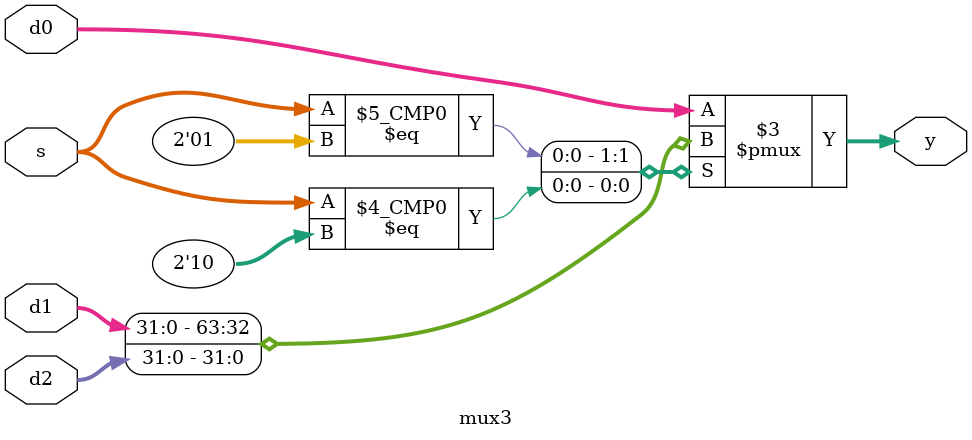
<source format=sv>
module mux3 #(parameter WIDTH = 32)(
    input  logic [WIDTH-1:0] d0, // ALU result
    input  logic [WIDTH-1:0] d1, // Memory read
    input  logic [WIDTH-1:0] d2, // PC+4 (for JAL/JALR)
    input  logic [1:0]        s,  // resultsrc
    output logic [WIDTH-1:0]  y
);
    always_comb begin
        case (s)
            2'b00: y = d0;
            2'b01: y = d1;
            2'b10: y = d2;
            default: y = d0;
        endcase
    end
endmodule

</source>
